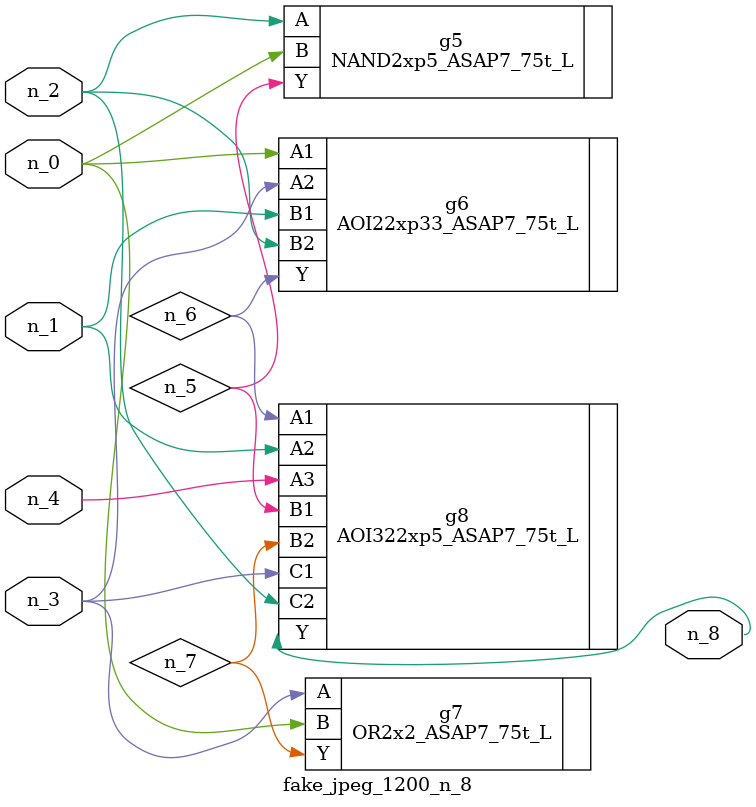
<source format=v>
module fake_jpeg_1200_n_8 (n_3, n_2, n_1, n_0, n_4, n_8);

input n_3;
input n_2;
input n_1;
input n_0;
input n_4;

output n_8;

wire n_6;
wire n_5;
wire n_7;

NAND2xp5_ASAP7_75t_L g5 ( 
.A(n_2),
.B(n_0),
.Y(n_5)
);

AOI22xp33_ASAP7_75t_L g6 ( 
.A1(n_0),
.A2(n_3),
.B1(n_1),
.B2(n_2),
.Y(n_6)
);

OR2x2_ASAP7_75t_L g7 ( 
.A(n_3),
.B(n_0),
.Y(n_7)
);

AOI322xp5_ASAP7_75t_L g8 ( 
.A1(n_6),
.A2(n_1),
.A3(n_4),
.B1(n_5),
.B2(n_7),
.C1(n_3),
.C2(n_2),
.Y(n_8)
);


endmodule
</source>
